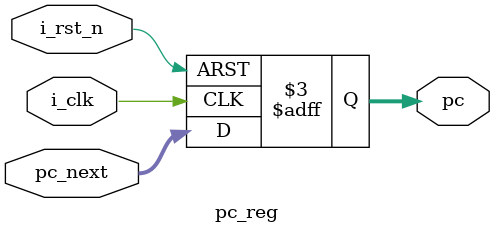
<source format=sv>
module pc_reg (
	input logic i_clk,
	input logic i_rst_n,
	input logic [31:0] pc_next,
	output logic [31:0] pc
);

always_ff @(posedge i_clk or negedge i_rst_n) begin
	if (!i_rst_n) begin 
		pc <= 32'b0;
	end else begin
		pc <= pc_next;
	end
end

endmodule

</source>
